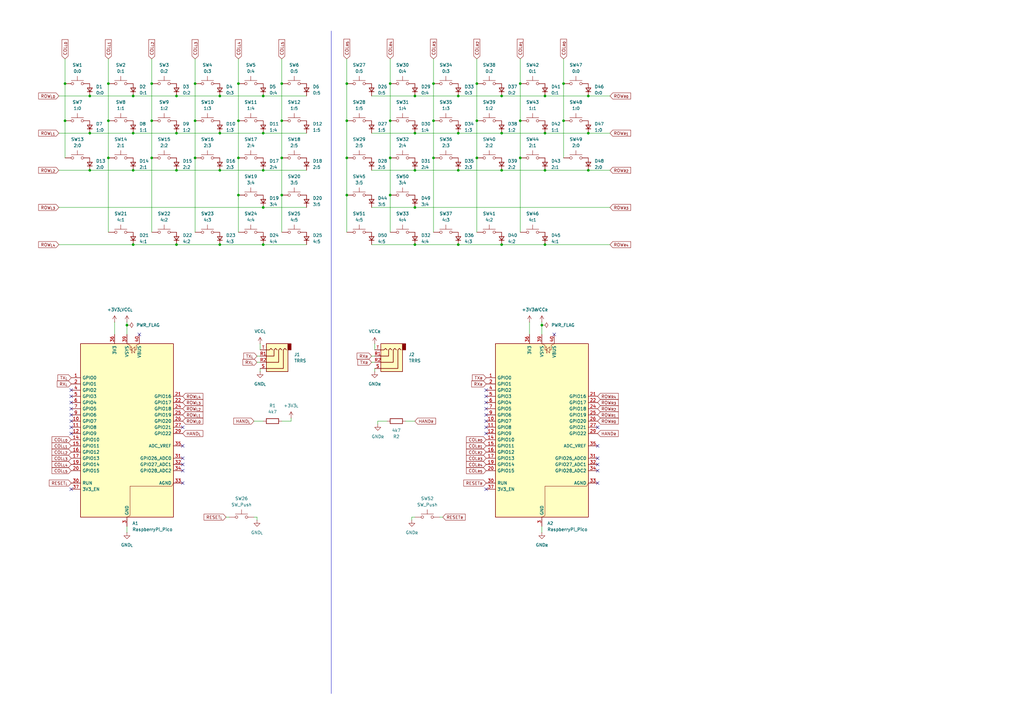
<source format=kicad_sch>
(kicad_sch (version 20231120) (generator "eeschema") (generator_version "8.0")
  (paper "A3")
  (title_block (title "Klave Keyboard") (date "2024-07-25") (rev "2"))
  (junction (at 160.02 49.53))
  (junction (at 231.14 49.53))
  (junction (at 205.74 54.61))
  (junction (at 115.57 80.01))
  (junction (at 241.3 69.85))
  (junction (at 36.83 54.61))
  (junction (at 195.58 34.29))
  (junction (at 177.8 49.53))
  (junction (at 115.57 34.29))
  (junction (at 231.14 34.29))
  (junction (at 44.45 64.77))
  (junction (at 90.17 39.37))
  (junction (at 72.39 39.37))
  (junction (at 97.79 64.77))
  (junction (at 97.79 34.29))
  (junction (at 177.8 64.77))
  (junction (at 107.95 85.09))
  (junction (at 54.61 54.61))
  (junction (at 213.36 34.29))
  (junction (at 62.23 49.53))
  (junction (at 195.58 49.53))
  (junction (at 36.83 69.85))
  (junction (at 170.18 100.33))
  (junction (at 107.95 100.33))
  (junction (at 142.24 34.29))
  (junction (at 80.01 49.53))
  (junction (at 205.74 100.33))
  (junction (at 195.58 64.77))
  (junction (at 44.45 34.29))
  (junction (at 241.3 54.61))
  (junction (at 62.23 64.77))
  (junction (at 213.36 64.77))
  (junction (at 223.52 54.61))
  (junction (at 97.79 80.01))
  (junction (at 205.74 39.37))
  (junction (at 142.24 64.77))
  (junction (at 142.24 80.01))
  (junction (at 177.8 34.29))
  (junction (at 115.57 49.53))
  (junction (at 107.95 69.85))
  (junction (at 187.96 100.33))
  (junction (at 54.61 69.85))
  (junction (at 62.23 34.29))
  (junction (at 72.39 69.85))
  (junction (at 170.18 54.61))
  (junction (at 54.61 39.37))
  (junction (at 222.25 133.35))
  (junction (at 90.17 69.85))
  (junction (at 26.67 49.53))
  (junction (at 26.67 34.29))
  (junction (at 80.01 64.77))
  (junction (at 107.95 39.37))
  (junction (at 107.95 54.61))
  (junction (at 213.36 49.53))
  (junction (at 223.52 69.85))
  (junction (at 223.52 39.37))
  (junction (at 44.45 49.53))
  (junction (at 80.01 34.29))
  (junction (at 115.57 64.77))
  (junction (at 187.96 39.37))
  (junction (at 205.74 69.85))
  (junction (at 90.17 100.33))
  (junction (at 72.39 54.61))
  (junction (at 97.79 49.53))
  (junction (at 223.52 100.33))
  (junction (at 170.18 39.37))
  (junction (at 142.24 49.53))
  (junction (at 90.17 54.61))
  (junction (at 241.3 39.37))
  (junction (at 36.83 39.37))
  (junction (at 72.39 100.33))
  (junction (at 187.96 54.61))
  (junction (at 160.02 64.77))
  (junction (at 187.96 69.85))
  (junction (at 160.02 34.29))
  (junction (at 160.02 80.01))
  (junction (at 52.07 133.35))
  (junction (at 170.18 69.85))
  (junction (at 170.18 85.09))
  (junction (at 54.61 100.33))
  (no_connect (at 74.93 193.04))
  (no_connect (at 57.15 137.16))
  (no_connect (at 199.39 175.26))
  (no_connect (at 245.11 198.12))
  (no_connect (at 74.93 182.88))
  (no_connect (at 245.11 193.04))
  (no_connect (at 199.39 160.02))
  (no_connect (at 199.39 167.64))
  (no_connect (at 74.93 175.26))
  (no_connect (at 199.39 162.56))
  (no_connect (at 199.39 200.66))
  (no_connect (at 74.93 190.5))
  (no_connect (at 199.39 172.72))
  (no_connect (at 74.93 187.96))
  (no_connect (at 245.11 190.5))
  (no_connect (at 199.39 165.1))
  (no_connect (at 29.21 165.1))
  (no_connect (at 199.39 177.8))
  (no_connect (at 29.21 167.64))
  (no_connect (at 199.39 170.18))
  (no_connect (at 245.11 187.96))
  (no_connect (at 29.21 177.8))
  (no_connect (at 74.93 198.12))
  (no_connect (at 29.21 160.02))
  (no_connect (at 227.33 137.16))
  (no_connect (at 29.21 162.56))
  (no_connect (at 29.21 172.72))
  (no_connect (at 29.21 170.18))
  (no_connect (at 29.21 200.66))
  (no_connect (at 245.11 175.26))
  (no_connect (at 245.11 182.88))
  (no_connect (at 29.21 175.26))
  (wire (pts (xy 177.8 64.77) (xy 177.8 95.25)))
  (wire (pts (xy 160.02 24.13) (xy 160.02 34.29)))
  (wire (pts (xy 97.79 64.77) (xy 97.79 80.01)))
  (wire (pts (xy 62.23 64.77) (xy 62.23 95.25)))
  (wire (pts (xy 223.52 39.37) (xy 241.3 39.37)))
  (wire (pts (xy 36.83 39.37) (xy 54.61 39.37)))
  (wire (pts (xy 187.96 100.33) (xy 205.74 100.33)))
  (wire (pts (xy 107.95 69.85) (xy 125.73 69.85)))
  (wire (pts (xy 54.61 54.61) (xy 72.39 54.61)))
  (wire (pts (xy 231.14 34.29) (xy 231.14 49.53)))
  (wire (pts (xy 170.18 85.09) (xy 250.19 85.09)))
  (wire (pts (xy 195.58 64.77) (xy 195.58 95.25)))
  (wire (pts (xy 213.36 49.53) (xy 213.36 64.77)))
  (wire (pts (xy 142.24 49.53) (xy 142.24 64.77)))
  (wire (pts (xy 153.67 152.4) (xy 153.67 151.13)))
  (wire (pts (xy 72.39 39.37) (xy 90.17 39.37)))
  (wire (pts (xy 213.36 34.29) (xy 213.36 49.53)))
  (wire (pts (xy 119.38 172.72) (xy 119.38 171.45)))
  (wire (pts (xy 115.57 172.72) (xy 119.38 172.72)))
  (wire (pts (xy 177.8 34.29) (xy 177.8 49.53)))
  (wire (pts (xy 106.68 140.97) (xy 106.68 143.51)))
  (wire (pts (xy 44.45 64.77) (xy 44.45 95.25)))
  (wire (pts (xy 152.4 69.85) (xy 170.18 69.85)))
  (wire (pts (xy 115.57 64.77) (xy 115.57 80.01)))
  (wire (pts (xy 80.01 34.29) (xy 80.01 49.53)))
  (wire (pts (xy 195.58 49.53) (xy 195.58 64.77)))
  (wire (pts (xy 107.95 100.33) (xy 125.73 100.33)))
  (wire (pts (xy 250.19 54.61) (xy 241.3 54.61)))
  (wire (pts (xy 62.23 24.13) (xy 62.23 34.29)))
  (wire (pts (xy 52.07 132.08) (xy 52.07 133.35)))
  (wire (pts (xy 250.19 39.37) (xy 241.3 39.37)))
  (wire (pts (xy 24.13 54.61) (xy 36.83 54.61)))
  (wire (pts (xy 107.95 85.09) (xy 125.73 85.09)))
  (wire (pts (xy 26.67 49.53) (xy 26.67 64.77)))
  (wire (pts (xy 105.41 212.09) (xy 104.14 212.09)))
  (wire (pts (xy 213.36 24.13) (xy 213.36 34.29)))
  (wire (pts (xy 90.17 69.85) (xy 107.95 69.85)))
  (wire (pts (xy 152.4 54.61) (xy 170.18 54.61)))
  (wire (pts (xy 97.79 80.01) (xy 97.79 95.25)))
  (wire (pts (xy 24.13 100.33) (xy 54.61 100.33)))
  (wire (pts (xy 105.41 213.36) (xy 105.41 212.09)))
  (wire (pts (xy 195.58 34.29) (xy 195.58 49.53)))
  (wire (pts (xy 170.18 54.61) (xy 187.96 54.61)))
  (wire (pts (xy 105.41 146.05) (xy 106.68 146.05)))
  (wire (pts (xy 231.14 24.13) (xy 231.14 34.29)))
  (wire (pts (xy 168.91 212.09) (xy 170.18 212.09)))
  (wire (pts (xy 181.61 212.09) (xy 180.34 212.09)))
  (wire (pts (xy 222.25 218.44) (xy 222.25 215.9)))
  (wire (pts (xy 187.96 54.61) (xy 205.74 54.61)))
  (wire (pts (xy 97.79 49.53) (xy 97.79 64.77)))
  (wire (pts (xy 142.24 24.13) (xy 142.24 34.29)))
  (wire (pts (xy 80.01 64.77) (xy 80.01 95.25)))
  (wire (pts (xy 90.17 39.37) (xy 107.95 39.37)))
  (wire (pts (xy 152.4 39.37) (xy 170.18 39.37)))
  (wire (pts (xy 46.99 132.08) (xy 46.99 137.16)))
  (wire (pts (xy 80.01 24.13) (xy 80.01 34.29)))
  (wire (pts (xy 205.74 54.61) (xy 223.52 54.61)))
  (wire (pts (xy 24.13 39.37) (xy 36.83 39.37)))
  (wire (pts (xy 223.52 100.33) (xy 250.19 100.33)))
  (wire (pts (xy 36.83 69.85) (xy 54.61 69.85)))
  (wire (pts (xy 250.19 69.85) (xy 241.3 69.85)))
  (wire (pts (xy 44.45 24.13) (xy 44.45 34.29)))
  (wire (pts (xy 195.58 24.13) (xy 195.58 34.29)))
  (wire (pts (xy 187.96 69.85) (xy 205.74 69.85)))
  (wire (pts (xy 104.14 172.72) (xy 107.95 172.72)))
  (wire (pts (xy 153.67 140.97) (xy 153.67 143.51)))
  (wire (pts (xy 142.24 80.01) (xy 142.24 95.25)))
  (wire (pts (xy 160.02 49.53) (xy 160.02 64.77)))
  (wire (pts (xy 106.68 152.4) (xy 106.68 151.13)))
  (wire (pts (xy 107.95 39.37) (xy 125.73 39.37)))
  (wire (pts (xy 223.52 69.85) (xy 241.3 69.85)))
  (wire (pts (xy 205.74 39.37) (xy 223.52 39.37)))
  (wire (pts (xy 80.01 49.53) (xy 80.01 64.77)))
  (wire (pts (xy 177.8 24.13) (xy 177.8 34.29)))
  (wire (pts (xy 72.39 100.33) (xy 90.17 100.33)))
  (wire (pts (xy 222.25 132.08) (xy 222.25 133.35)))
  (wire (pts (xy 107.95 54.61) (xy 125.73 54.61)))
  (wire (pts (xy 44.45 49.53) (xy 44.45 64.77)))
  (wire (pts (xy 213.36 64.77) (xy 213.36 95.25)))
  (wire (pts (xy 170.18 172.72) (xy 166.37 172.72)))
  (wire (pts (xy 54.61 39.37) (xy 72.39 39.37)))
  (wire (pts (xy 62.23 34.29) (xy 62.23 49.53)))
  (wire (pts (xy 52.07 218.44) (xy 52.07 215.9)))
  (wire (pts (xy 90.17 54.61) (xy 107.95 54.61)))
  (wire (pts (xy 142.24 64.77) (xy 142.24 80.01)))
  (wire (pts (xy 152.4 100.33) (xy 170.18 100.33)))
  (wire (pts (xy 170.18 100.33) (xy 187.96 100.33)))
  (wire (pts (xy 97.79 24.13) (xy 97.79 34.29)))
  (wire (pts (xy 205.74 69.85) (xy 223.52 69.85)))
  (wire (pts (xy 152.4 148.59) (xy 153.67 148.59)))
  (wire (pts (xy 105.41 148.59) (xy 106.68 148.59)))
  (wire (pts (xy 187.96 39.37) (xy 205.74 39.37)))
  (wire (pts (xy 44.45 34.29) (xy 44.45 49.53)))
  (wire (pts (xy 222.25 133.35) (xy 222.25 137.16)))
  (wire (pts (xy 170.18 69.85) (xy 187.96 69.85)))
  (wire (pts (xy 223.52 54.61) (xy 241.3 54.61)))
  (wire (pts (xy 158.75 172.72) (xy 154.94 172.72)))
  (wire (pts (xy 26.67 24.13) (xy 26.67 34.29)))
  (wire (pts (xy 92.71 212.09) (xy 93.98 212.09)))
  (wire (pts (xy 115.57 80.01) (xy 115.57 95.25)))
  (polyline (pts (xy 135.89 12.7) (xy 135.89 284.48)))
  (wire (pts (xy 160.02 80.01) (xy 160.02 95.25)))
  (wire (pts (xy 90.17 100.33) (xy 107.95 100.33)))
  (wire (pts (xy 231.14 49.53) (xy 231.14 64.77)))
  (wire (pts (xy 160.02 64.77) (xy 160.02 80.01)))
  (wire (pts (xy 205.74 100.33) (xy 223.52 100.33)))
  (wire (pts (xy 115.57 49.53) (xy 115.57 64.77)))
  (wire (pts (xy 152.4 146.05) (xy 153.67 146.05)))
  (wire (pts (xy 62.23 49.53) (xy 62.23 64.77)))
  (wire (pts (xy 154.94 172.72) (xy 154.94 173.99)))
  (wire (pts (xy 54.61 69.85) (xy 72.39 69.85)))
  (wire (pts (xy 168.91 213.36) (xy 168.91 212.09)))
  (wire (pts (xy 170.18 39.37) (xy 187.96 39.37)))
  (wire (pts (xy 115.57 34.29) (xy 115.57 49.53)))
  (wire (pts (xy 72.39 54.61) (xy 90.17 54.61)))
  (wire (pts (xy 160.02 34.29) (xy 160.02 49.53)))
  (wire (pts (xy 36.83 54.61) (xy 54.61 54.61)))
  (wire (pts (xy 152.4 85.09) (xy 170.18 85.09)))
  (wire (pts (xy 26.67 34.29) (xy 26.67 49.53)))
  (wire (pts (xy 24.13 85.09) (xy 107.95 85.09)))
  (wire (pts (xy 115.57 24.13) (xy 115.57 34.29)))
  (wire (pts (xy 177.8 49.53) (xy 177.8 64.77)))
  (wire (pts (xy 217.17 132.08) (xy 217.17 137.16)))
  (wire (pts (xy 72.39 69.85) (xy 90.17 69.85)))
  (wire (pts (xy 142.24 34.29) (xy 142.24 49.53)))
  (wire (pts (xy 97.79 34.29) (xy 97.79 49.53)))
  (wire (pts (xy 54.61 100.33) (xy 72.39 100.33)))
  (wire (pts (xy 24.13 69.85) (xy 36.83 69.85)))
  (wire (pts (xy 52.07 133.35) (xy 52.07 137.16)))
  (global_label "ROW_{R2}" (shape input) (at 245.11 167.64 0) (property "Intersheetrefs" "${INTERSHEET_REFS}" (effects (hide yes))))
  (global_label "ROW_{L0}" (shape input) (at 24.13 39.37 180) (property "Intersheetrefs" "${INTERSHEET_REFS}" (effects (hide yes))))
  (global_label "TX_{R}" (shape input) (at 152.4 148.59 180) (property "Intersheetrefs" "${INTERSHEET_REFS}" (effects (hide yes))))
  (global_label "RX_{L}" (shape input) (at 105.41 148.59 180) (property "Intersheetrefs" "${INTERSHEET_REFS}" (effects (hide yes))))
  (global_label "TX_{L}" (shape input) (at 105.41 146.05 180) (property "Intersheetrefs" "${INTERSHEET_REFS}" (effects (hide yes))))
  (global_label "ROW_{R4}" (shape input) (at 250.19 100.33 0) (property "Intersheetrefs" "${INTERSHEET_REFS}" (effects (hide yes))))
  (global_label "RX_{R}" (shape input) (at 199.39 157.48 180) (property "Intersheetrefs" "${INTERSHEET_REFS}" (effects (hide yes))))
  (global_label "COL_{R3}" (shape input) (at 199.39 187.96 180) (property "Intersheetrefs" "${INTERSHEET_REFS}" (effects (hide yes))))
  (global_label "RESET_{L}" (shape input) (at 29.21 198.12 180) (property "Intersheetrefs" "${INTERSHEET_REFS}" (effects (hide yes))))
  (global_label "ROW_{L3}" (shape input) (at 74.93 165.1 0) (property "Intersheetrefs" "${INTERSHEET_REFS}" (effects (hide yes))))
  (global_label "COL_{R4}" (shape input) (at 199.39 190.5 180) (property "Intersheetrefs" "${INTERSHEET_REFS}" (effects (hide yes))))
  (global_label "COL_{R5}" (shape input) (at 199.39 193.04 180) (property "Intersheetrefs" "${INTERSHEET_REFS}" (effects (hide yes))))
  (global_label "ROW_{L3}" (shape input) (at 24.13 85.09 180) (property "Intersheetrefs" "${INTERSHEET_REFS}" (effects (hide yes))))
  (global_label "COL_{R1}" (shape input) (at 199.39 182.88 180) (property "Intersheetrefs" "${INTERSHEET_REFS}" (effects (hide yes))))
  (global_label "HAND_{R}" (shape input) (at 245.11 177.8 0) (property "Intersheetrefs" "${INTERSHEET_REFS}" (effects (hide yes))))
  (global_label "HAND_{L}" (shape input) (at 74.93 177.8 0) (property "Intersheetrefs" "${INTERSHEET_REFS}" (effects (hide yes))))
  (global_label "COL_{R2}" (shape input) (at 195.58 24.13 90) (property "Intersheetrefs" "${INTERSHEET_REFS}" (effects (hide yes))))
  (global_label "ROW_{R4}" (shape input) (at 245.11 162.56 0) (property "Intersheetrefs" "${INTERSHEET_REFS}" (effects (hide yes))))
  (global_label "COL_{L5}" (shape input) (at 29.21 193.04 180) (property "Intersheetrefs" "${INTERSHEET_REFS}" (effects (hide yes))))
  (global_label "ROW_{R0}" (shape input) (at 245.11 172.72 0) (property "Intersheetrefs" "${INTERSHEET_REFS}" (effects (hide yes))))
  (global_label "COL_{R0}" (shape input) (at 231.14 24.13 90) (property "Intersheetrefs" "${INTERSHEET_REFS}" (effects (hide yes))))
  (global_label "COL_{R2}" (shape input) (at 199.39 185.42 180) (property "Intersheetrefs" "${INTERSHEET_REFS}" (effects (hide yes))))
  (global_label "ROW_{R1}" (shape input) (at 245.11 170.18 0) (property "Intersheetrefs" "${INTERSHEET_REFS}" (effects (hide yes))))
  (global_label "ROW_{R3}" (shape input) (at 250.19 85.09 0) (property "Intersheetrefs" "${INTERSHEET_REFS}" (effects (hide yes))))
  (global_label "COL_{R1}" (shape input) (at 213.36 24.13 90) (property "Intersheetrefs" "${INTERSHEET_REFS}" (effects (hide yes))))
  (global_label "RESET_{L}" (shape input) (at 92.71 212.09 180) (property "Intersheetrefs" "${INTERSHEET_REFS}" (effects (hide yes))))
  (global_label "ROW_{L4}" (shape input) (at 24.13 100.33 180) (property "Intersheetrefs" "${INTERSHEET_REFS}" (effects (hide yes))))
  (global_label "RX_{R}" (shape input) (at 152.4 146.05 180) (property "Intersheetrefs" "${INTERSHEET_REFS}" (effects (hide yes))))
  (global_label "HAND_{L}" (shape input) (at 104.14 172.72 180) (property "Intersheetrefs" "${INTERSHEET_REFS}" (effects (hide yes))))
  (global_label "ROW_{L1}" (shape input) (at 24.13 54.61 180) (property "Intersheetrefs" "${INTERSHEET_REFS}" (effects (hide yes))))
  (global_label "ROW_{R2}" (shape input) (at 250.19 69.85 0) (property "Intersheetrefs" "${INTERSHEET_REFS}" (effects (hide yes))))
  (global_label "RESET_{R}" (shape input) (at 199.39 198.12 180) (property "Intersheetrefs" "${INTERSHEET_REFS}" (effects (hide yes))))
  (global_label "COL_{R0}" (shape input) (at 199.39 180.34 180) (property "Intersheetrefs" "${INTERSHEET_REFS}" (effects (hide yes))))
  (global_label "COL_{L3}" (shape input) (at 80.01 24.13 90) (property "Intersheetrefs" "${INTERSHEET_REFS}" (effects (hide yes))))
  (global_label "COL_{L2}" (shape input) (at 62.23 24.13 90) (property "Intersheetrefs" "${INTERSHEET_REFS}" (effects (hide yes))))
  (global_label "ROW_{L2}" (shape input) (at 24.13 69.85 180) (property "Intersheetrefs" "${INTERSHEET_REFS}" (effects (hide yes))))
  (global_label "COL_{R3}" (shape input) (at 177.8 24.13 90) (property "Intersheetrefs" "${INTERSHEET_REFS}" (effects (hide yes))))
  (global_label "TX_{R}" (shape input) (at 199.39 154.94 180) (property "Intersheetrefs" "${INTERSHEET_REFS}" (effects (hide yes))))
  (global_label "ROW_{R1}" (shape input) (at 250.19 54.61 0) (property "Intersheetrefs" "${INTERSHEET_REFS}" (effects (hide yes))))
  (global_label "COL_{L3}" (shape input) (at 29.21 187.96 180) (property "Intersheetrefs" "${INTERSHEET_REFS}" (effects (hide yes))))
  (global_label "RESET_{R}" (shape input) (at 181.61 212.09 0) (property "Intersheetrefs" "${INTERSHEET_REFS}" (effects (hide yes))))
  (global_label "COL_{L2}" (shape input) (at 29.21 185.42 180) (property "Intersheetrefs" "${INTERSHEET_REFS}" (effects (hide yes))))
  (global_label "COL_{L1}" (shape input) (at 29.21 182.88 180) (property "Intersheetrefs" "${INTERSHEET_REFS}" (effects (hide yes))))
  (global_label "COL_{R4}" (shape input) (at 160.02 24.13 90) (property "Intersheetrefs" "${INTERSHEET_REFS}" (effects (hide yes))))
  (global_label "COL_{L0}" (shape input) (at 26.67 24.13 90) (property "Intersheetrefs" "${INTERSHEET_REFS}" (effects (hide yes))))
  (global_label "ROW_{L0}" (shape input) (at 74.93 172.72 0) (property "Intersheetrefs" "${INTERSHEET_REFS}" (effects (hide yes))))
  (global_label "RX_{L}" (shape input) (at 29.21 157.48 180) (property "Intersheetrefs" "${INTERSHEET_REFS}" (effects (hide yes))))
  (global_label "HAND_{R}" (shape input) (at 170.18 172.72 0) (property "Intersheetrefs" "${INTERSHEET_REFS}" (effects (hide yes))))
  (global_label "ROW_{L4}" (shape input) (at 74.93 162.56 0) (property "Intersheetrefs" "${INTERSHEET_REFS}" (effects (hide yes))))
  (global_label "TX_{L}" (shape input) (at 29.21 154.94 180) (property "Intersheetrefs" "${INTERSHEET_REFS}" (effects (hide yes))))
  (global_label "ROW_{L1}" (shape input) (at 74.93 170.18 0) (property "Intersheetrefs" "${INTERSHEET_REFS}" (effects (hide yes))))
  (global_label "COL_{L4}" (shape input) (at 29.21 190.5 180) (property "Intersheetrefs" "${INTERSHEET_REFS}" (effects (hide yes))))
  (global_label "COL_{L5}" (shape input) (at 115.57 24.13 90) (property "Intersheetrefs" "${INTERSHEET_REFS}" (effects (hide yes))))
  (global_label "COL_{R5}" (shape input) (at 142.24 24.13 90) (property "Intersheetrefs" "${INTERSHEET_REFS}" (effects (hide yes))))
  (global_label "ROW_{R0}" (shape input) (at 250.19 39.37 0) (property "Intersheetrefs" "${INTERSHEET_REFS}" (effects (hide yes))))
  (global_label "COL_{L1}" (shape input) (at 44.45 24.13 90) (property "Intersheetrefs" "${INTERSHEET_REFS}" (effects (hide yes))))
  (global_label "COL_{L4}" (shape input) (at 97.79 24.13 90) (property "Intersheetrefs" "${INTERSHEET_REFS}" (effects (hide yes))))
  (global_label "ROW_{R3}" (shape input) (at 245.11 165.1 0) (property "Intersheetrefs" "${INTERSHEET_REFS}" (effects (hide yes))))
  (global_label "COL_{L0}" (shape input) (at 29.21 180.34 180) (property "Intersheetrefs" "${INTERSHEET_REFS}" (effects (hide yes))))
  (global_label "ROW_{L2}" (shape input) (at 74.93 167.64 0) (property "Intersheetrefs" "${INTERSHEET_REFS}" (effects (hide yes))))
  (symbol (lib_id "Connector_Audio:AudioJack4") (at 111.76 148.59 180) (unit 1)
    (property "Reference" "J1" (at 120.65 145.4149 0) (effects (justify right)))
    (property "Value" "TRRS" (at 120.65 147.9549 0) (effects (justify right)))
    (property "Description" "Audio Jack, 4 Poles (TRRS)" (effects (hide yes)))
  )
  (symbol (lib_id "power:+3V3") (at 119.38 171.45 0) (unit 1)
    (property "Reference" "#PWR06" (effects (hide yes)))
    (property "Value" "+3V3_{L}" (at 119.38 166.37 0))
    (property "Description" "Power symbol creates a global label with name \"+3V3\"" (effects (hide yes)))
  )
  (symbol (lib_id "power:VCC") (at 222.25 132.08 0) (unit 1)
    (property "Reference" "#PWR09" (effects (hide yes)))
    (property "Value" "VCC_{R}" (at 222.25 127 0))
    (property "Description" "Power symbol creates a global label with name \"VCC\"" (effects (hide yes)))
  )
  (symbol (lib_id "Device:D_Small") (at 72.39 97.79 90) (unit 1)
    (property "Reference" "D22" (at 74.93 96.5199 90) (effects (justify right)))
    (property "Value" "4:2" (at 74.93 99.0599 90) (effects (justify right)))
    (property "Description" "Diode, small symbol" (effects (hide yes)))
    (property "Sim.Device" "D" (effects (hide yes)))
    (property "Sim.Pins" "1=K 2=A" (effects (hide yes)))
  )
  (symbol (lib_id "Device:D_Small") (at 152.4 97.79 90) (unit 1)
    (property "Reference" "D50" (at 154.94 96.5199 90) (effects (justify right)))
    (property "Value" "4:5" (at 154.94 99.0599 90) (effects (justify right)))
    (property "Description" "Diode, small symbol" (effects (hide yes)))
    (property "Sim.Device" "D" (effects (hide yes)))
    (property "Sim.Pins" "1=K 2=A" (effects (hide yes)))
  )
  (symbol (lib_id "Device:D_Small") (at 205.74 97.79 90) (unit 1)
    (property "Reference" "D40" (at 208.28 96.5199 90) (effects (justify right)))
    (property "Value" "4:2" (at 208.28 99.0599 90) (effects (justify right)))
    (property "Description" "Diode, small symbol" (effects (hide yes)))
    (property "Sim.Device" "D" (effects (hide yes)))
    (property "Sim.Pins" "1=K 2=A" (effects (hide yes)))
  )
  (symbol (lib_id "Switch:SW_Push") (at 102.87 34.29 0) (unit 1)
    (property "Reference" "SW5" (at 102.87 26.67 0))
    (property "Value" "0:4" (at 102.87 29.21 0))
    (property "Description" "Push button switch, generic, two pins" (effects (hide yes)))
  )
  (symbol (lib_id "Switch:SW_Push") (at 182.88 64.77 0) (unit 1)
    (property "Reference" "SW36" (at 182.88 57.15 0))
    (property "Value" "2:3" (at 182.88 59.69 0))
    (property "Description" "Push button switch, generic, two pins" (effects (hide yes)))
  )
  (symbol (lib_id "Switch:SW_Push") (at 85.09 49.53 0) (unit 1)
    (property "Reference" "SW10" (at 85.09 41.91 0))
    (property "Value" "1:3" (at 85.09 44.45 0))
    (property "Description" "Push button switch, generic, two pins" (effects (hide yes)))
  )
  (symbol (lib_id "Switch:SW_Push") (at 165.1 49.53 0) (unit 1)
    (property "Reference" "SW31" (at 165.1 41.91 0))
    (property "Value" "1:4" (at 165.1 44.45 0))
    (property "Description" "Push button switch, generic, two pins" (effects (hide yes)))
  )
  (symbol (lib_id "Switch:SW_Push") (at 31.75 64.77 0) (unit 1)
    (property "Reference" "SW13" (at 31.75 57.15 0))
    (property "Value" "2:0" (at 31.75 59.69 0))
    (property "Description" "Push button switch, generic, two pins" (effects (hide yes)))
  )
  (symbol (lib_id "Switch:SW_Push") (at 49.53 34.29 0) (unit 1)
    (property "Reference" "SW2" (at 49.53 26.67 0))
    (property "Value" "0:1" (at 49.53 29.21 0))
    (property "Description" "Push button switch, generic, two pins" (effects (hide yes)))
  )
  (symbol (lib_id "Device:D_Small") (at 152.4 36.83 90) (unit 1)
    (property "Reference" "D26" (at 154.94 35.5599 90) (effects (justify right)))
    (property "Value" "0:5" (at 154.94 38.0999 90) (effects (justify right)))
    (property "Description" "Diode, small symbol" (effects (hide yes)))
    (property "Sim.Device" "D" (effects (hide yes)))
    (property "Sim.Pins" "1=K 2=A" (effects (hide yes)))
  )
  (symbol (lib_id "Device:D_Small") (at 125.73 97.79 90) (unit 1)
    (property "Reference" "D25" (at 128.27 96.5199 90) (effects (justify right)))
    (property "Value" "4:5" (at 128.27 99.0599 90) (effects (justify right)))
    (property "Description" "Diode, small symbol" (effects (hide yes)))
    (property "Sim.Device" "D" (effects (hide yes)))
    (property "Sim.Pins" "1=K 2=A" (effects (hide yes)))
  )
  (symbol (lib_id "Switch:SW_Push") (at 236.22 34.29 0) (unit 1)
    (property "Reference" "SW47" (at 236.22 26.67 0))
    (property "Value" "0:0" (at 236.22 29.21 0))
    (property "Description" "Push button switch, generic, two pins" (effects (hide yes)))
  )
  (symbol (lib_id "Device:D_Small") (at 90.17 97.79 90) (unit 1)
    (property "Reference" "D23" (at 92.71 96.5199 90) (effects (justify right)))
    (property "Value" "4:3" (at 92.71 99.0599 90) (effects (justify right)))
    (property "Description" "Diode, small symbol" (effects (hide yes)))
    (property "Sim.Device" "D" (effects (hide yes)))
    (property "Sim.Pins" "1=K 2=A" (effects (hide yes)))
  )
  (symbol (lib_id "Switch:SW_Push") (at 200.66 64.77 0) (unit 1)
    (property "Reference" "SW40" (at 200.66 57.15 0))
    (property "Value" "2:2" (at 200.66 59.69 0))
    (property "Description" "Push button switch, generic, two pins" (effects (hide yes)))
  )
  (symbol (lib_id "Device:D_Small") (at 54.61 67.31 90) (unit 1)
    (property "Reference" "D14" (at 57.15 66.0399 90) (effects (justify right)))
    (property "Value" "2:1" (at 57.15 68.5799 90) (effects (justify right)))
    (property "Description" "Diode, small symbol" (effects (hide yes)))
    (property "Sim.Device" "D" (effects (hide yes)))
    (property "Sim.Pins" "1=K 2=A" (effects (hide yes)))
  )
  (symbol (lib_id "Switch:SW_Push") (at 200.66 95.25 0) (unit 1)
    (property "Reference" "SW41" (at 200.66 87.63 0))
    (property "Value" "4:2" (at 200.66 90.17 0))
    (property "Description" "Push button switch, generic, two pins" (effects (hide yes)))
  )
  (symbol (lib_id "Device:D_Small") (at 152.4 52.07 90) (unit 1)
    (property "Reference" "D27" (at 154.94 50.7999 90) (effects (justify right)))
    (property "Value" "1:5" (at 154.94 53.3399 90) (effects (justify right)))
    (property "Description" "Diode, small symbol" (effects (hide yes)))
    (property "Sim.Device" "D" (effects (hide yes)))
    (property "Sim.Pins" "1=K 2=A" (effects (hide yes)))
  )
  (symbol (lib_id "power:VCC") (at 153.67 140.97 0) (unit 1)
    (property "Reference" "#PWR011" (effects (hide yes)))
    (property "Value" "VCC_{R}" (at 153.67 135.89 0))
    (property "Description" "Power symbol creates a global label with name \"VCC\"" (effects (hide yes)))
  )
  (symbol (lib_id "Device:D_Small") (at 90.17 36.83 90) (unit 1)
    (property "Reference" "D4" (at 92.71 35.5599 90) (effects (justify right)))
    (property "Value" "0:3" (at 92.71 38.0999 90) (effects (justify right)))
    (property "Description" "Diode, small symbol" (effects (hide yes)))
    (property "Sim.Device" "D" (effects (hide yes)))
    (property "Sim.Pins" "1=K 2=A" (effects (hide yes)))
  )
  (symbol (lib_id "power:PWR_FLAG") (at 52.07 133.35 270) (unit 1)
    (property "Reference" "#FLG01" (effects (hide yes)))
    (property "Value" "PWR_FLAG" (at 55.88 133.3499 90) (effects (justify left)))
    (property "Description" "Special symbol for telling ERC where power comes from" (effects (hide yes)))
  )
  (symbol (lib_id "Device:D_Small") (at 125.73 52.07 90) (unit 1)
    (property "Reference" "D12" (at 128.27 50.7999 90) (effects (justify right)))
    (property "Value" "1:5" (at 128.27 53.3399 90) (effects (justify right)))
    (property "Description" "Diode, small symbol" (effects (hide yes)))
    (property "Sim.Device" "D" (effects (hide yes)))
    (property "Sim.Pins" "1=K 2=A" (effects (hide yes)))
  )
  (symbol (lib_id "Device:D_Small") (at 54.61 97.79 90) (unit 1)
    (property "Reference" "D21" (at 57.15 96.5199 90) (effects (justify right)))
    (property "Value" "4:1" (at 57.15 99.0599 90) (effects (justify right)))
    (property "Description" "Diode, small symbol" (effects (hide yes)))
    (property "Sim.Device" "D" (effects (hide yes)))
    (property "Sim.Pins" "1=K 2=A" (effects (hide yes)))
  )
  (symbol (lib_id "Device:D_Small") (at 90.17 52.07 90) (unit 1)
    (property "Reference" "D10" (at 92.71 50.7999 90) (effects (justify right)))
    (property "Value" "1:3" (at 92.71 53.3399 90) (effects (justify right)))
    (property "Description" "Diode, small symbol" (effects (hide yes)))
    (property "Sim.Device" "D" (effects (hide yes)))
    (property "Sim.Pins" "1=K 2=A" (effects (hide yes)))
  )
  (symbol (lib_id "Switch:SW_Push") (at 218.44 64.77 0) (unit 1)
    (property "Reference" "SW44" (at 218.44 57.15 0))
    (property "Value" "2:1" (at 218.44 59.69 0))
    (property "Description" "Push button switch, generic, two pins" (effects (hide yes)))
  )
  (symbol (lib_id "Device:D_Small") (at 170.18 52.07 90) (unit 1)
    (property "Reference" "D30" (at 172.72 50.7999 90) (effects (justify right)))
    (property "Value" "1:4" (at 172.72 53.3399 90) (effects (justify right)))
    (property "Description" "Diode, small symbol" (effects (hide yes)))
    (property "Sim.Device" "D" (effects (hide yes)))
    (property "Sim.Pins" "1=K 2=A" (effects (hide yes)))
  )
  (symbol (lib_id "power:GND") (at 153.67 152.4 0) (unit 1)
    (property "Reference" "#PWR012" (effects (hide yes)))
    (property "Value" "GND_{R}" (at 153.67 157.48 0))
    (property "Description" "Power symbol creates a global label with name \"GND\" , ground" (effects (hide yes)))
  )
  (symbol (lib_id "Device:D_Small") (at 170.18 97.79 90) (unit 1)
    (property "Reference" "D32" (at 172.72 96.5199 90) (effects (justify right)))
    (property "Value" "4:4" (at 172.72 99.0599 90) (effects (justify right)))
    (property "Description" "Diode, small symbol" (effects (hide yes)))
    (property "Sim.Device" "D" (effects (hide yes)))
    (property "Sim.Pins" "1=K 2=A" (effects (hide yes)))
  )
  (symbol (lib_id "Switch:SW_Push") (at 102.87 80.01 0) (unit 1)
    (property "Reference" "SW19" (at 102.87 72.39 0))
    (property "Value" "3:4" (at 102.87 74.93 0))
    (property "Description" "Push button switch, generic, two pins" (effects (hide yes)))
  )
  (symbol (lib_id "Switch:SW_Push") (at 85.09 64.77 0) (unit 1)
    (property "Reference" "SW16" (at 85.09 57.15 0))
    (property "Value" "2:3" (at 85.09 59.69 0))
    (property "Description" "Push button switch, generic, two pins" (effects (hide yes)))
  )
  (symbol (lib_id "Device:D_Small") (at 54.61 52.07 90) (unit 1)
    (property "Reference" "D8" (at 57.15 50.7999 90) (effects (justify right)))
    (property "Value" "1:1" (at 57.15 53.3399 90) (effects (justify right)))
    (property "Description" "Diode, small symbol" (effects (hide yes)))
    (property "Sim.Device" "D" (effects (hide yes)))
    (property "Sim.Pins" "1=K 2=A" (effects (hide yes)))
  )
  (symbol (lib_id "Switch:SW_Push") (at 182.88 49.53 0) (unit 1)
    (property "Reference" "SW35" (at 182.88 41.91 0))
    (property "Value" "1:3" (at 182.88 44.45 0))
    (property "Description" "Push button switch, generic, two pins" (effects (hide yes)))
  )
  (symbol (lib_id "Device:D_Small") (at 152.4 82.55 90) (unit 1)
    (property "Reference" "D44" (at 154.94 81.2799 90) (effects (justify right)))
    (property "Value" "3:5" (at 154.94 83.8199 90) (effects (justify right)))
    (property "Description" "Diode, small symbol" (effects (hide yes)))
    (property "Sim.Device" "D" (effects (hide yes)))
    (property "Sim.Pins" "1=K 2=A" (effects (hide yes)))
  )
  (symbol (lib_id "Device:D_Small") (at 170.18 82.55 90) (unit 1)
    (property "Reference" "D49" (at 172.72 81.2799 90) (effects (justify right)))
    (property "Value" "3:4" (at 172.72 83.8199 90) (effects (justify right)))
    (property "Description" "Diode, small symbol" (effects (hide yes)))
    (property "Sim.Device" "D" (effects (hide yes)))
    (property "Sim.Pins" "1=K 2=A" (effects (hide yes)))
  )
  (symbol (lib_id "Switch:SW_Push") (at 102.87 49.53 0) (unit 1)
    (property "Reference" "SW11" (at 102.87 41.91 0))
    (property "Value" "1:4" (at 102.87 44.45 0))
    (property "Description" "Push button switch, generic, two pins" (effects (hide yes)))
  )
  (symbol (lib_id "Device:D_Small") (at 170.18 36.83 90) (unit 1)
    (property "Reference" "D29" (at 172.72 35.5599 90) (effects (justify right)))
    (property "Value" "0:4" (at 172.72 38.0999 90) (effects (justify right)))
    (property "Description" "Diode, small symbol" (effects (hide yes)))
    (property "Sim.Device" "D" (effects (hide yes)))
    (property "Sim.Pins" "1=K 2=A" (effects (hide yes)))
  )
  (symbol (lib_id "Device:D_Small") (at 90.17 67.31 90) (unit 1)
    (property "Reference" "D16" (at 92.71 66.0399 90) (effects (justify right)))
    (property "Value" "2:3" (at 92.71 68.5799 90) (effects (justify right)))
    (property "Description" "Diode, small symbol" (effects (hide yes)))
    (property "Sim.Device" "D" (effects (hide yes)))
    (property "Sim.Pins" "1=K 2=A" (effects (hide yes)))
  )
  (symbol (lib_id "Switch:SW_Push") (at 120.65 95.25 0) (unit 1)
    (property "Reference" "SW25" (at 120.65 87.63 0))
    (property "Value" "4:5" (at 120.65 90.17 0))
    (property "Description" "Push button switch, generic, two pins" (effects (hide yes)))
  )
  (symbol (lib_id "Switch:SW_Push") (at 218.44 34.29 0) (unit 1)
    (property "Reference" "SW42" (at 218.44 26.67 0))
    (property "Value" "0:1" (at 218.44 29.21 0))
    (property "Description" "Push button switch, generic, two pins" (effects (hide yes)))
  )
  (symbol (lib_id "power:GND") (at 222.25 218.44 0) (unit 1)
    (property "Reference" "#PWR010" (effects (hide yes)))
    (property "Value" "GND_{R}" (at 222.25 223.52 0))
    (property "Description" "Power symbol creates a global label with name \"GND\" , ground" (effects (hide yes)))
  )
  (symbol (lib_id "power:GND") (at 106.68 152.4 0) (unit 1)
    (property "Reference" "#PWR03" (effects (hide yes)))
    (property "Value" "GND_{L}" (at 106.68 157.48 0))
    (property "Description" "Power symbol creates a global label with name \"GND\" , ground" (effects (hide yes)))
  )
  (symbol (lib_id "Device:D_Small") (at 223.52 97.79 90) (unit 1)
    (property "Reference" "D45" (at 226.06 96.5199 90) (effects (justify right)))
    (property "Value" "4:1" (at 226.06 99.0599 90) (effects (justify right)))
    (property "Description" "Diode, small symbol" (effects (hide yes)))
    (property "Sim.Device" "D" (effects (hide yes)))
    (property "Sim.Pins" "1=K 2=A" (effects (hide yes)))
  )
  (symbol (lib_id "Switch:SW_Push") (at 165.1 95.25 0) (unit 1)
    (property "Reference" "SW33" (at 165.1 87.63 0))
    (property "Value" "4:4" (at 165.1 90.17 0))
    (property "Description" "Push button switch, generic, two pins" (effects (hide yes)))
  )
  (symbol (lib_id "Device:D_Small") (at 187.96 52.07 90) (unit 1)
    (property "Reference" "D34" (at 190.5 50.7999 90) (effects (justify right)))
    (property "Value" "1:3" (at 190.5 53.3399 90) (effects (justify right)))
    (property "Description" "Diode, small symbol" (effects (hide yes)))
    (property "Sim.Device" "D" (effects (hide yes)))
    (property "Sim.Pins" "1=K 2=A" (effects (hide yes)))
  )
  (symbol (lib_id "Switch:SW_Push") (at 99.06 212.09 0) (unit 1)
    (property "Reference" "SW26" (at 99.06 204.47 0))
    (property "Value" "SW_Push" (at 99.06 207.01 0))
    (property "Description" "Push button switch, generic, two pins" (effects (hide yes)))
  )
  (symbol (lib_id "Connector_Audio:AudioJack4") (at 158.75 148.59 180) (unit 1)
    (property "Reference" "J2" (at 167.64 145.4149 0) (effects (justify right)))
    (property "Value" "TRRS" (at 167.64 147.9549 0) (effects (justify right)))
    (property "Description" "Audio Jack, 4 Poles (TRRS)" (effects (hide yes)))
  )
  (symbol (lib_id "Switch:SW_Push") (at 182.88 95.25 0) (unit 1)
    (property "Reference" "SW37" (at 182.88 87.63 0))
    (property "Value" "4:3" (at 182.88 90.17 0))
    (property "Description" "Push button switch, generic, two pins" (effects (hide yes)))
  )
  (symbol (lib_id "Device:D_Small") (at 36.83 67.31 90) (unit 1)
    (property "Reference" "D13" (at 39.37 66.0399 90) (effects (justify right)))
    (property "Value" "2:0" (at 39.37 68.5799 90) (effects (justify right)))
    (property "Description" "Diode, small symbol" (effects (hide yes)))
    (property "Sim.Device" "D" (effects (hide yes)))
    (property "Sim.Pins" "1=K 2=A" (effects (hide yes)))
  )
  (symbol (lib_id "Device:D_Small") (at 36.83 36.83 90) (unit 1)
    (property "Reference" "D1" (at 39.37 35.5599 90) (effects (justify right)))
    (property "Value" "0:0" (at 39.37 38.0999 90) (effects (justify right)))
    (property "Description" "Diode, small symbol" (effects (hide yes)))
    (property "Sim.Device" "D" (effects (hide yes)))
    (property "Sim.Pins" "1=K 2=A" (effects (hide yes)))
  )
  (symbol (lib_id "Device:D_Small") (at 187.96 36.83 90) (unit 1)
    (property "Reference" "D33" (at 190.5 35.5599 90) (effects (justify right)))
    (property "Value" "0:3" (at 190.5 38.0999 90) (effects (justify right)))
    (property "Description" "Diode, small symbol" (effects (hide yes)))
    (property "Sim.Device" "D" (effects (hide yes)))
    (property "Sim.Pins" "1=K 2=A" (effects (hide yes)))
  )
  (symbol (lib_id "power:PWR_FLAG") (at 222.25 133.35 270) (unit 1)
    (property "Reference" "#FLG02" (effects (hide yes)))
    (property "Value" "PWR_FLAG" (at 226.06 133.3499 90) (effects (justify left)))
    (property "Description" "Special symbol for telling ERC where power comes from" (effects (hide yes)))
  )
  (symbol (lib_id "Switch:SW_Push") (at 67.31 64.77 0) (unit 1)
    (property "Reference" "SW15" (at 67.31 57.15 0))
    (property "Value" "2:2" (at 67.31 59.69 0))
    (property "Description" "Push button switch, generic, two pins" (effects (hide yes)))
  )
  (symbol (lib_id "Device:D_Small") (at 241.3 52.07 90) (unit 1)
    (property "Reference" "D47" (at 243.84 50.7999 90) (effects (justify right)))
    (property "Value" "1:0" (at 243.84 53.3399 90) (effects (justify right)))
    (property "Description" "Diode, small symbol" (effects (hide yes)))
    (property "Sim.Device" "D" (effects (hide yes)))
    (property "Sim.Pins" "1=K 2=A" (effects (hide yes)))
  )
  (symbol (lib_id "Switch:SW_Push") (at 236.22 64.77 0) (unit 1)
    (property "Reference" "SW49" (at 236.22 57.15 0))
    (property "Value" "2:0" (at 236.22 59.69 0))
    (property "Description" "Push button switch, generic, two pins" (effects (hide yes)))
  )
  (symbol (lib_id "Device:D_Small") (at 205.74 36.83 90) (unit 1)
    (property "Reference" "D37" (at 208.28 35.5599 90) (effects (justify right)))
    (property "Value" "0:2" (at 208.28 38.0999 90) (effects (justify right)))
    (property "Description" "Diode, small symbol" (effects (hide yes)))
    (property "Sim.Device" "D" (effects (hide yes)))
    (property "Sim.Pins" "1=K 2=A" (effects (hide yes)))
  )
  (symbol (lib_id "Device:D_Small") (at 205.74 52.07 90) (unit 1)
    (property "Reference" "D38" (at 208.28 50.7999 90) (effects (justify right)))
    (property "Value" "1:2" (at 208.28 53.3399 90) (effects (justify right)))
    (property "Description" "Diode, small symbol" (effects (hide yes)))
    (property "Sim.Device" "D" (effects (hide yes)))
    (property "Sim.Pins" "1=K 2=A" (effects (hide yes)))
  )
  (symbol (lib_id "Device:D_Small") (at 107.95 36.83 90) (unit 1)
    (property "Reference" "D5" (at 110.49 35.5599 90) (effects (justify right)))
    (property "Value" "0:4" (at 110.49 38.0999 90) (effects (justify right)))
    (property "Description" "Diode, small symbol" (effects (hide yes)))
    (property "Sim.Device" "D" (effects (hide yes)))
    (property "Sim.Pins" "1=K 2=A" (effects (hide yes)))
  )
  (symbol (lib_id "Switch:SW_Push") (at 120.65 64.77 0) (unit 1)
    (property "Reference" "SW18" (at 120.65 57.15 0))
    (property "Value" "2:5" (at 120.65 59.69 0))
    (property "Description" "Push button switch, generic, two pins" (effects (hide yes)))
  )
  (symbol (lib_id "Switch:SW_Push") (at 175.26 212.09 0) (unit 1)
    (property "Reference" "SW52" (at 175.26 204.47 0))
    (property "Value" "SW_Push" (at 175.26 207.01 0))
    (property "Description" "Push button switch, generic, two pins" (effects (hide yes)))
  )
  (symbol (lib_id "Switch:SW_Push") (at 182.88 34.29 0) (unit 1)
    (property "Reference" "SW34" (at 182.88 26.67 0))
    (property "Value" "0:3" (at 182.88 29.21 0))
    (property "Description" "Push button switch, generic, two pins" (effects (hide yes)))
  )
  (symbol (lib_id "Device:D_Small") (at 107.95 82.55 90) (unit 1)
    (property "Reference" "D19" (at 110.49 81.2799 90) (effects (justify right)))
    (property "Value" "3:4" (at 110.49 83.8199 90) (effects (justify right)))
    (property "Description" "Diode, small symbol" (effects (hide yes)))
    (property "Sim.Device" "D" (effects (hide yes)))
    (property "Sim.Pins" "1=K 2=A" (effects (hide yes)))
  )
  (symbol (lib_id "Device:D_Small") (at 125.73 36.83 90) (unit 1)
    (property "Reference" "D6" (at 128.27 35.5599 90) (effects (justify right)))
    (property "Value" "0:5" (at 128.27 38.0999 90) (effects (justify right)))
    (property "Description" "Diode, small symbol" (effects (hide yes)))
    (property "Sim.Device" "D" (effects (hide yes)))
    (property "Sim.Pins" "1=K 2=A" (effects (hide yes)))
  )
  (symbol (lib_id "Switch:SW_Push") (at 120.65 49.53 0) (unit 1)
    (property "Reference" "SW12" (at 120.65 41.91 0))
    (property "Value" "1:5" (at 120.65 44.45 0))
    (property "Description" "Push button switch, generic, two pins" (effects (hide yes)))
  )
  (symbol (lib_id "Switch:SW_Push") (at 218.44 95.25 0) (unit 1)
    (property "Reference" "SW46" (at 218.44 87.63 0))
    (property "Value" "4:1" (at 218.44 90.17 0))
    (property "Description" "Push button switch, generic, two pins" (effects (hide yes)))
  )
  (symbol (lib_id "Switch:SW_Push") (at 85.09 34.29 0) (unit 1)
    (property "Reference" "SW4" (at 85.09 26.67 0))
    (property "Value" "0:3" (at 85.09 29.21 0))
    (property "Description" "Push button switch, generic, two pins" (effects (hide yes)))
  )
  (symbol (lib_id "Device:D_Small") (at 223.52 36.83 90) (unit 1)
    (property "Reference" "D41" (at 226.06 35.5599 90) (effects (justify right)))
    (property "Value" "0:1" (at 226.06 38.0999 90) (effects (justify right)))
    (property "Description" "Diode, small symbol" (effects (hide yes)))
    (property "Sim.Device" "D" (effects (hide yes)))
    (property "Sim.Pins" "1=K 2=A" (effects (hide yes)))
  )
  (symbol (lib_id "Switch:SW_Push") (at 49.53 95.25 0) (unit 1)
    (property "Reference" "SW21" (at 49.53 87.63 0))
    (property "Value" "4:1" (at 49.53 90.17 0))
    (property "Description" "Push button switch, generic, two pins" (effects (hide yes)))
  )
  (symbol (lib_id "Switch:SW_Push") (at 120.65 80.01 0) (unit 1)
    (property "Reference" "SW20" (at 120.65 72.39 0))
    (property "Value" "3:5" (at 120.65 74.93 0))
    (property "Description" "Push button switch, generic, two pins" (effects (hide yes)))
  )
  (symbol (lib_id "MCU_Module_RaspberryPi_Pico:RaspberryPi_Pico") (at 222.25 177.8 0) (unit 1)
    (property "Reference" "A2" (at 224.4441 214.63 0) (effects (justify left)))
    (property "Value" "RaspberryPi_Pico" (at 224.4441 217.17 0) (effects (justify left)))
    (property "Footprint" "Module_RaspberryPi_Pico:RaspberryPi_Pico_Common" (effects (hide yes)))
    (property "Datasheet" "https://datasheets.raspberrypi.com/pico/pico-datasheet.pdf" (effects (hide yes)))
    (property "Description" "Versatile and inexpensive microcontroller module powered by RP2040 dual-core Arm Cortex-M0+ processor up to 133 MHz, 264kB SRAM, 2MB QSPI flash" (effects (hide yes)))
  )
  (symbol (lib_id "Device:D_Small") (at 107.95 97.79 90) (unit 1)
    (property "Reference" "D24" (at 110.49 96.5199 90) (effects (justify right)))
    (property "Value" "4:4" (at 110.49 99.0599 90) (effects (justify right)))
    (property "Description" "Diode, small symbol" (effects (hide yes)))
    (property "Sim.Device" "D" (effects (hide yes)))
    (property "Sim.Pins" "1=K 2=A" (effects (hide yes)))
  )
  (symbol (lib_id "Switch:SW_Push") (at 67.31 34.29 0) (unit 1)
    (property "Reference" "SW3" (at 67.31 26.67 0))
    (property "Value" "0:2" (at 67.31 29.21 0))
    (property "Description" "Push button switch, generic, two pins" (effects (hide yes)))
  )
  (symbol (lib_id "Switch:SW_Push") (at 120.65 34.29 0) (unit 1)
    (property "Reference" "SW6" (at 120.65 26.67 0))
    (property "Value" "0:5" (at 120.65 29.21 0))
    (property "Description" "Push button switch, generic, two pins" (effects (hide yes)))
  )
  (symbol (lib_id "Device:D_Small") (at 54.61 36.83 90) (unit 1)
    (property "Reference" "D2" (at 57.15 35.5599 90) (effects (justify right)))
    (property "Value" "0:1" (at 57.15 38.0999 90) (effects (justify right)))
    (property "Description" "Diode, small symbol" (effects (hide yes)))
    (property "Sim.Device" "D" (effects (hide yes)))
    (property "Sim.Pins" "1=K 2=A" (effects (hide yes)))
  )
  (symbol (lib_id "Device:R") (at 162.56 172.72 270) (unit 1)
    (property "Reference" "R2" (at 162.56 179.07 90))
    (property "Value" "4k7" (at 162.56 176.53 90))
    (property "Description" "Resistor" (effects (hide yes)))
  )
  (symbol (lib_id "Switch:SW_Push") (at 85.09 95.25 0) (unit 1)
    (property "Reference" "SW23" (at 85.09 87.63 0))
    (property "Value" "4:3" (at 85.09 90.17 0))
    (property "Description" "Push button switch, generic, two pins" (effects (hide yes)))
  )
  (symbol (lib_id "Switch:SW_Push") (at 218.44 49.53 0) (unit 1)
    (property "Reference" "SW43" (at 218.44 41.91 0))
    (property "Value" "1:1" (at 218.44 44.45 0))
    (property "Description" "Push button switch, generic, two pins" (effects (hide yes)))
  )
  (symbol (lib_id "power:GND") (at 52.07 218.44 0) (unit 1)
    (property "Reference" "#PWR01" (effects (hide yes)))
    (property "Value" "GND_{L}" (at 52.07 223.52 0))
    (property "Description" "Power symbol creates a global label with name \"GND\" , ground" (effects (hide yes)))
  )
  (symbol (lib_id "Switch:SW_Push") (at 200.66 49.53 0) (unit 1)
    (property "Reference" "SW39" (at 200.66 41.91 0))
    (property "Value" "1:2" (at 200.66 44.45 0))
    (property "Description" "Push button switch, generic, two pins" (effects (hide yes)))
  )
  (symbol (lib_id "power:+3V3") (at 46.99 132.08 0) (unit 1)
    (property "Reference" "#PWR07" (effects (hide yes)))
    (property "Value" "+3V3_{L}" (at 46.99 127 0))
    (property "Description" "Power symbol creates a global label with name \"+3V3\"" (effects (hide yes)))
  )
  (symbol (lib_id "Switch:SW_Push") (at 49.53 49.53 0) (unit 1)
    (property "Reference" "SW8" (at 49.53 41.91 0))
    (property "Value" "1:1" (at 49.53 44.45 0))
    (property "Description" "Push button switch, generic, two pins" (effects (hide yes)))
  )
  (symbol (lib_id "Switch:SW_Push") (at 147.32 80.01 0) (unit 1)
    (property "Reference" "SW45" (at 147.32 72.39 0))
    (property "Value" "3:5" (at 147.32 74.93 0))
    (property "Description" "Push button switch, generic, two pins" (effects (hide yes)))
  )
  (symbol (lib_id "Device:D_Small") (at 223.52 67.31 90) (unit 1)
    (property "Reference" "D43" (at 226.06 66.0399 90) (effects (justify right)))
    (property "Value" "2:1" (at 226.06 68.5799 90) (effects (justify right)))
    (property "Description" "Diode, small symbol" (effects (hide yes)))
    (property "Sim.Device" "D" (effects (hide yes)))
    (property "Sim.Pins" "1=K 2=A" (effects (hide yes)))
  )
  (symbol (lib_id "power:GND") (at 105.41 213.36 0) (unit 1)
    (property "Reference" "#PWR02" (effects (hide yes)))
    (property "Value" "GND_{L}" (at 105.41 218.44 0))
    (property "Description" "Power symbol creates a global label with name \"GND\" , ground" (effects (hide yes)))
  )
  (symbol (lib_id "Device:D_Small") (at 187.96 67.31 90) (unit 1)
    (property "Reference" "D35" (at 190.5 66.0399 90) (effects (justify right)))
    (property "Value" "2:3" (at 190.5 68.5799 90) (effects (justify right)))
    (property "Description" "Diode, small symbol" (effects (hide yes)))
    (property "Sim.Device" "D" (effects (hide yes)))
    (property "Sim.Pins" "1=K 2=A" (effects (hide yes)))
  )
  (symbol (lib_id "Switch:SW_Push") (at 147.32 34.29 0) (unit 1)
    (property "Reference" "SW27" (at 147.32 26.67 0))
    (property "Value" "0:5" (at 147.32 29.21 0))
    (property "Description" "Push button switch, generic, two pins" (effects (hide yes)))
  )
  (symbol (lib_id "Device:R") (at 111.76 172.72 90) (unit 1)
    (property "Reference" "R1" (at 111.76 166.37 90))
    (property "Value" "4k7" (at 111.76 168.91 90))
    (property "Description" "Resistor" (effects (hide yes)))
  )
  (symbol (lib_id "Switch:SW_Push") (at 165.1 80.01 0) (unit 1)
    (property "Reference" "SW50" (at 165.1 72.39 0))
    (property "Value" "3:4" (at 165.1 74.93 0))
    (property "Description" "Push button switch, generic, two pins" (effects (hide yes)))
  )
  (symbol (lib_id "Switch:SW_Push") (at 67.31 49.53 0) (unit 1)
    (property "Reference" "SW9" (at 67.31 41.91 0))
    (property "Value" "1:2" (at 67.31 44.45 0))
    (property "Description" "Push button switch, generic, two pins" (effects (hide yes)))
  )
  (symbol (lib_id "MCU_Module_RaspberryPi_Pico:RaspberryPi_Pico") (at 52.07 177.8 0) (unit 1)
    (property "Reference" "A1" (at 54.2641 214.63 0) (effects (justify left)))
    (property "Value" "RaspberryPi_Pico" (at 54.2641 217.17 0) (effects (justify left)))
    (property "Footprint" "Module_RaspberryPi_Pico:RaspberryPi_Pico_Common" (effects (hide yes)))
    (property "Datasheet" "https://datasheets.raspberrypi.com/pico/pico-datasheet.pdf" (effects (hide yes)))
    (property "Description" "Versatile and inexpensive microcontroller module powered by RP2040 dual-core Arm Cortex-M0+ processor up to 133 MHz, 264kB SRAM, 2MB QSPI flash" (effects (hide yes)))
  )
  (symbol (lib_id "Switch:SW_Push") (at 102.87 64.77 0) (unit 1)
    (property "Reference" "SW17" (at 102.87 57.15 0))
    (property "Value" "2:4" (at 102.87 59.69 0))
    (property "Description" "Push button switch, generic, two pins" (effects (hide yes)))
  )
  (symbol (lib_id "Switch:SW_Push") (at 31.75 34.29 0) (unit 1)
    (property "Reference" "SW1" (at 31.75 26.67 0))
    (property "Value" "0:0" (at 31.75 29.21 0))
    (property "Description" "Push button switch, generic, two pins" (effects (hide yes)))
  )
  (symbol (lib_id "Device:D_Small") (at 125.73 67.31 90) (unit 1)
    (property "Reference" "D18" (at 128.27 66.0399 90) (effects (justify right)))
    (property "Value" "2:5" (at 128.27 68.5799 90) (effects (justify right)))
    (property "Description" "Diode, small symbol" (effects (hide yes)))
    (property "Sim.Device" "D" (effects (hide yes)))
    (property "Sim.Pins" "1=K 2=A" (effects (hide yes)))
  )
  (symbol (lib_id "power:GND") (at 168.91 213.36 0) (unit 1)
    (property "Reference" "#PWR014" (effects (hide yes)))
    (property "Value" "GND_{R}" (at 168.91 218.44 0))
    (property "Description" "Power symbol creates a global label with name \"GND\" , ground" (effects (hide yes)))
  )
  (symbol (lib_id "Switch:SW_Push") (at 67.31 95.25 0) (unit 1)
    (property "Reference" "SW22" (at 67.31 87.63 0))
    (property "Value" "4:2" (at 67.31 90.17 0))
    (property "Description" "Push button switch, generic, two pins" (effects (hide yes)))
  )
  (symbol (lib_id "Switch:SW_Push") (at 236.22 49.53 0) (unit 1)
    (property "Reference" "SW48" (at 236.22 41.91 0))
    (property "Value" "1:0" (at 236.22 44.45 0))
    (property "Description" "Push button switch, generic, two pins" (effects (hide yes)))
  )
  (symbol (lib_id "Switch:SW_Push") (at 147.32 64.77 0) (unit 1)
    (property "Reference" "SW29" (at 147.32 57.15 0))
    (property "Value" "2:5" (at 147.32 59.69 0))
    (property "Description" "Push button switch, generic, two pins" (effects (hide yes)))
  )
  (symbol (lib_id "power:+3V3") (at 217.17 132.08 0) (unit 1)
    (property "Reference" "#PWR08" (effects (hide yes)))
    (property "Value" "+3V3_{R}" (at 217.17 127 0))
    (property "Description" "Power symbol creates a global label with name \"+3V3\"" (effects (hide yes)))
  )
  (symbol (lib_id "power:GND") (at 154.94 173.99 0) (unit 1)
    (property "Reference" "#PWR013" (effects (hide yes)))
    (property "Value" "GND_{R}" (at 154.94 179.07 0))
    (property "Description" "Power symbol creates a global label with name \"GND\" , ground" (effects (hide yes)))
  )
  (symbol (lib_id "Switch:SW_Push") (at 147.32 49.53 0) (unit 1)
    (property "Reference" "SW28" (at 147.32 41.91 0))
    (property "Value" "1:5" (at 147.32 44.45 0))
    (property "Description" "Push button switch, generic, two pins" (effects (hide yes)))
  )
  (symbol (lib_id "power:VCC") (at 52.07 132.08 0) (unit 1)
    (property "Reference" "#PWR04" (effects (hide yes)))
    (property "Value" "VCC_{L}" (at 52.07 127 0))
    (property "Description" "Power symbol creates a global label with name \"VCC\"" (effects (hide yes)))
  )
  (symbol (lib_id "Device:D_Small") (at 72.39 36.83 90) (unit 1)
    (property "Reference" "D3" (at 74.93 35.5599 90) (effects (justify right)))
    (property "Value" "0:2" (at 74.93 38.0999 90) (effects (justify right)))
    (property "Description" "Diode, small symbol" (effects (hide yes)))
    (property "Sim.Device" "D" (effects (hide yes)))
    (property "Sim.Pins" "1=K 2=A" (effects (hide yes)))
  )
  (symbol (lib_id "Device:D_Small") (at 125.73 82.55 90) (unit 1)
    (property "Reference" "D20" (at 128.27 81.2799 90) (effects (justify right)))
    (property "Value" "3:5" (at 128.27 83.8199 90) (effects (justify right)))
    (property "Description" "Diode, small symbol" (effects (hide yes)))
    (property "Sim.Device" "D" (effects (hide yes)))
    (property "Sim.Pins" "1=K 2=A" (effects (hide yes)))
  )
  (symbol (lib_id "Device:D_Small") (at 36.83 52.07 90) (unit 1)
    (property "Reference" "D7" (at 39.37 50.7999 90) (effects (justify right)))
    (property "Value" "1:0" (at 39.37 53.3399 90) (effects (justify right)))
    (property "Description" "Diode, small symbol" (effects (hide yes)))
    (property "Sim.Device" "D" (effects (hide yes)))
    (property "Sim.Pins" "1=K 2=A" (effects (hide yes)))
  )
  (symbol (lib_id "Device:D_Small") (at 152.4 67.31 90) (unit 1)
    (property "Reference" "D28" (at 154.94 66.0399 90) (effects (justify right)))
    (property "Value" "2:5" (at 154.94 68.5799 90) (effects (justify right)))
    (property "Description" "Diode, small symbol" (effects (hide yes)))
    (property "Sim.Device" "D" (effects (hide yes)))
    (property "Sim.Pins" "1=K 2=A" (effects (hide yes)))
  )
  (symbol (lib_id "Device:D_Small") (at 107.95 67.31 90) (unit 1)
    (property "Reference" "D17" (at 110.49 66.0399 90) (effects (justify right)))
    (property "Value" "2:4" (at 110.49 68.5799 90) (effects (justify right)))
    (property "Description" "Diode, small symbol" (effects (hide yes)))
    (property "Sim.Device" "D" (effects (hide yes)))
    (property "Sim.Pins" "1=K 2=A" (effects (hide yes)))
  )
  (symbol (lib_id "Switch:SW_Push") (at 165.1 34.29 0) (unit 1)
    (property "Reference" "SW30" (at 165.1 26.67 0))
    (property "Value" "0:4" (at 165.1 29.21 0))
    (property "Description" "Push button switch, generic, two pins" (effects (hide yes)))
  )
  (symbol (lib_id "Device:D_Small") (at 223.52 52.07 90) (unit 1)
    (property "Reference" "D42" (at 226.06 50.7999 90) (effects (justify right)))
    (property "Value" "1:1" (at 226.06 53.3399 90) (effects (justify right)))
    (property "Description" "Diode, small symbol" (effects (hide yes)))
    (property "Sim.Device" "D" (effects (hide yes)))
    (property "Sim.Pins" "1=K 2=A" (effects (hide yes)))
  )
  (symbol (lib_id "Switch:SW_Push") (at 102.87 95.25 0) (unit 1)
    (property "Reference" "SW24" (at 102.87 87.63 0))
    (property "Value" "4:4" (at 102.87 90.17 0))
    (property "Description" "Push button switch, generic, two pins" (effects (hide yes)))
  )
  (symbol (lib_id "Switch:SW_Push") (at 200.66 34.29 0) (unit 1)
    (property "Reference" "SW38" (at 200.66 26.67 0))
    (property "Value" "0:2" (at 200.66 29.21 0))
    (property "Description" "Push button switch, generic, two pins" (effects (hide yes)))
  )
  (symbol (lib_id "Device:D_Small") (at 170.18 67.31 90) (unit 1)
    (property "Reference" "D31" (at 172.72 66.0399 90) (effects (justify right)))
    (property "Value" "2:4" (at 172.72 68.5799 90) (effects (justify right)))
    (property "Description" "Diode, small symbol" (effects (hide yes)))
    (property "Sim.Device" "D" (effects (hide yes)))
    (property "Sim.Pins" "1=K 2=A" (effects (hide yes)))
  )
  (symbol (lib_id "Switch:SW_Push") (at 165.1 64.77 0) (unit 1)
    (property "Reference" "SW32" (at 165.1 57.15 0))
    (property "Value" "2:4" (at 165.1 59.69 0))
    (property "Description" "Push button switch, generic, two pins" (effects (hide yes)))
  )
  (symbol (lib_id "Device:D_Small") (at 72.39 52.07 90) (unit 1)
    (property "Reference" "D9" (at 74.93 50.7999 90) (effects (justify right)))
    (property "Value" "1:2" (at 74.93 53.3399 90) (effects (justify right)))
    (property "Description" "Diode, small symbol" (effects (hide yes)))
    (property "Sim.Device" "D" (effects (hide yes)))
    (property "Sim.Pins" "1=K 2=A" (effects (hide yes)))
  )
  (symbol (lib_id "Device:D_Small") (at 72.39 67.31 90) (unit 1)
    (property "Reference" "D15" (at 74.93 66.0399 90) (effects (justify right)))
    (property "Value" "2:2" (at 74.93 68.5799 90) (effects (justify right)))
    (property "Description" "Diode, small symbol" (effects (hide yes)))
    (property "Sim.Device" "D" (effects (hide yes)))
    (property "Sim.Pins" "1=K 2=A" (effects (hide yes)))
  )
  (symbol (lib_id "Device:D_Small") (at 205.74 67.31 90) (unit 1)
    (property "Reference" "D39" (at 208.28 66.0399 90) (effects (justify right)))
    (property "Value" "2:2" (at 208.28 68.5799 90) (effects (justify right)))
    (property "Description" "Diode, small symbol" (effects (hide yes)))
    (property "Sim.Device" "D" (effects (hide yes)))
    (property "Sim.Pins" "1=K 2=A" (effects (hide yes)))
  )
  (symbol (lib_id "Device:D_Small") (at 241.3 67.31 90) (unit 1)
    (property "Reference" "D48" (at 243.84 66.0399 90) (effects (justify right)))
    (property "Value" "2:0" (at 243.84 68.5799 90) (effects (justify right)))
    (property "Description" "Diode, small symbol" (effects (hide yes)))
    (property "Sim.Device" "D" (effects (hide yes)))
    (property "Sim.Pins" "1=K 2=A" (effects (hide yes)))
  )
  (symbol (lib_id "Switch:SW_Push") (at 49.53 64.77 0) (unit 1)
    (property "Reference" "SW14" (at 49.53 57.15 0))
    (property "Value" "2:1" (at 49.53 59.69 0))
    (property "Description" "Push button switch, generic, two pins" (effects (hide yes)))
  )
  (symbol (lib_id "Device:D_Small") (at 107.95 52.07 90) (unit 1)
    (property "Reference" "D11" (at 110.49 50.7999 90) (effects (justify right)))
    (property "Value" "1:4" (at 110.49 53.3399 90) (effects (justify right)))
    (property "Description" "Diode, small symbol" (effects (hide yes)))
    (property "Sim.Device" "D" (effects (hide yes)))
    (property "Sim.Pins" "1=K 2=A" (effects (hide yes)))
  )
  (symbol (lib_id "power:VCC") (at 106.68 140.97 0) (unit 1)
    (property "Reference" "#PWR05" (effects (hide yes)))
    (property "Value" "VCC_{L}" (at 106.68 135.89 0))
    (property "Description" "Power symbol creates a global label with name \"VCC\"" (effects (hide yes)))
  )
  (symbol (lib_id "Device:D_Small") (at 241.3 36.83 90) (unit 1)
    (property "Reference" "D46" (at 243.84 35.5599 90) (effects (justify right)))
    (property "Value" "0:0" (at 243.84 38.0999 90) (effects (justify right)))
    (property "Description" "Diode, small symbol" (effects (hide yes)))
    (property "Sim.Device" "D" (effects (hide yes)))
    (property "Sim.Pins" "1=K 2=A" (effects (hide yes)))
  )
  (symbol (lib_id "Device:D_Small") (at 187.96 97.79 90) (unit 1)
    (property "Reference" "D36" (at 190.5 96.5199 90) (effects (justify right)))
    (property "Value" "4:3" (at 190.5 99.0599 90) (effects (justify right)))
    (property "Description" "Diode, small symbol" (effects (hide yes)))
    (property "Sim.Device" "D" (effects (hide yes)))
    (property "Sim.Pins" "1=K 2=A" (effects (hide yes)))
  )
  (symbol (lib_id "Switch:SW_Push") (at 147.32 95.25 0) (unit 1)
    (property "Reference" "SW51" (at 147.32 87.63 0))
    (property "Value" "4:5" (at 147.32 90.17 0))
    (property "Description" "Push button switch, generic, two pins" (effects (hide yes)))
  )
  (symbol (lib_id "Switch:SW_Push") (at 31.75 49.53 0) (unit 1)
    (property "Reference" "SW7" (at 31.75 41.91 0))
    (property "Value" "1:0" (at 31.75 44.45 0))
    (property "Description" "Push button switch, generic, two pins" (effects (hide yes)))
  )
)
</source>
